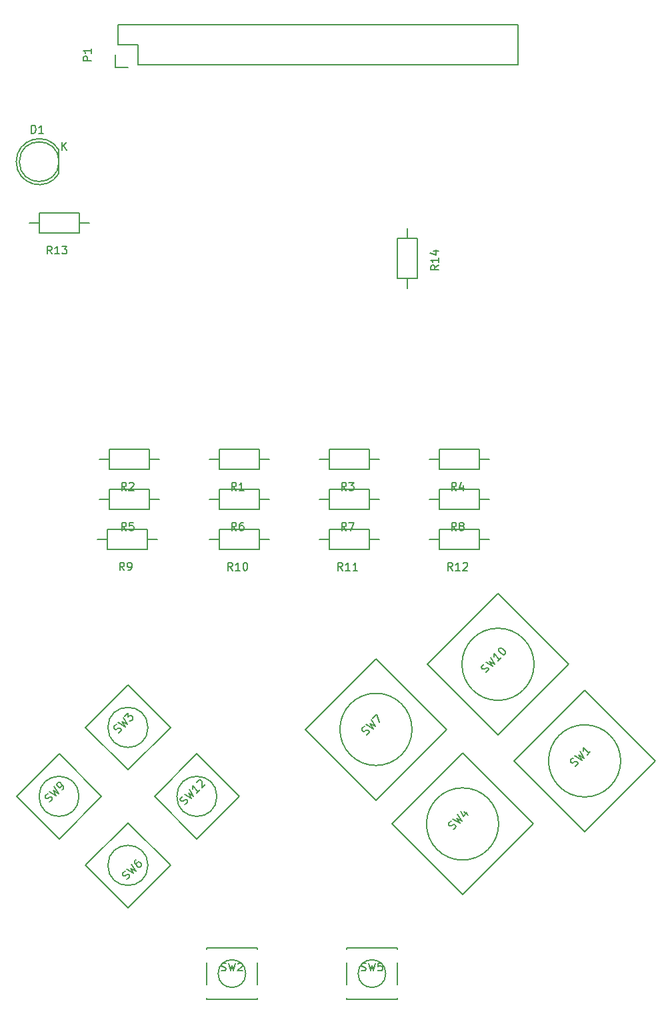
<source format=gbr>
G04 #@! TF.FileFunction,Legend,Top*
%FSLAX46Y46*%
G04 Gerber Fmt 4.6, Leading zero omitted, Abs format (unit mm)*
G04 Created by KiCad (PCBNEW 0.201507290901+6012~27~ubuntu14.04.1-product) date Thu 30 Jul 2015 05:29:40 PM EDT*
%MOMM*%
G01*
G04 APERTURE LIST*
%ADD10C,0.100000*%
%ADD11C,0.150000*%
G04 APERTURE END LIST*
D10*
D11*
X101714888Y-41225096D02*
G75*
G03X101730000Y-44250000I-2484888J-1524904D01*
G01*
X101730000Y-41250000D02*
X101730000Y-44250000D01*
X101747936Y-42750000D02*
G75*
G03X101747936Y-42750000I-2517936J0D01*
G01*
X160020000Y-25400000D02*
X109220000Y-25400000D01*
X111760000Y-30480000D02*
X160020000Y-30480000D01*
X160020000Y-25400000D02*
X160020000Y-30480000D01*
X109220000Y-25400000D02*
X109220000Y-27940000D01*
X108940000Y-29210000D02*
X108940000Y-30760000D01*
X109220000Y-27940000D02*
X111760000Y-27940000D01*
X111760000Y-27940000D02*
X111760000Y-30480000D01*
X108940000Y-30760000D02*
X110490000Y-30760000D01*
X127215000Y-81755000D02*
X122135000Y-81755000D01*
X122135000Y-81755000D02*
X122135000Y-79215000D01*
X122135000Y-79215000D02*
X127215000Y-79215000D01*
X127215000Y-79215000D02*
X127215000Y-81755000D01*
X127215000Y-80485000D02*
X128485000Y-80485000D01*
X122135000Y-80485000D02*
X120865000Y-80485000D01*
X113245000Y-81755000D02*
X108165000Y-81755000D01*
X108165000Y-81755000D02*
X108165000Y-79215000D01*
X108165000Y-79215000D02*
X113245000Y-79215000D01*
X113245000Y-79215000D02*
X113245000Y-81755000D01*
X113245000Y-80485000D02*
X114515000Y-80485000D01*
X108165000Y-80485000D02*
X106895000Y-80485000D01*
X141185000Y-81755000D02*
X136105000Y-81755000D01*
X136105000Y-81755000D02*
X136105000Y-79215000D01*
X136105000Y-79215000D02*
X141185000Y-79215000D01*
X141185000Y-79215000D02*
X141185000Y-81755000D01*
X141185000Y-80485000D02*
X142455000Y-80485000D01*
X136105000Y-80485000D02*
X134835000Y-80485000D01*
X155155000Y-81755000D02*
X150075000Y-81755000D01*
X150075000Y-81755000D02*
X150075000Y-79215000D01*
X150075000Y-79215000D02*
X155155000Y-79215000D01*
X155155000Y-79215000D02*
X155155000Y-81755000D01*
X155155000Y-80485000D02*
X156425000Y-80485000D01*
X150075000Y-80485000D02*
X148805000Y-80485000D01*
X113245000Y-86835000D02*
X108165000Y-86835000D01*
X108165000Y-86835000D02*
X108165000Y-84295000D01*
X108165000Y-84295000D02*
X113245000Y-84295000D01*
X113245000Y-84295000D02*
X113245000Y-86835000D01*
X113245000Y-85565000D02*
X114515000Y-85565000D01*
X108165000Y-85565000D02*
X106895000Y-85565000D01*
X127215000Y-86835000D02*
X122135000Y-86835000D01*
X122135000Y-86835000D02*
X122135000Y-84295000D01*
X122135000Y-84295000D02*
X127215000Y-84295000D01*
X127215000Y-84295000D02*
X127215000Y-86835000D01*
X127215000Y-85565000D02*
X128485000Y-85565000D01*
X122135000Y-85565000D02*
X120865000Y-85565000D01*
X141185000Y-86835000D02*
X136105000Y-86835000D01*
X136105000Y-86835000D02*
X136105000Y-84295000D01*
X136105000Y-84295000D02*
X141185000Y-84295000D01*
X141185000Y-84295000D02*
X141185000Y-86835000D01*
X141185000Y-85565000D02*
X142455000Y-85565000D01*
X136105000Y-85565000D02*
X134835000Y-85565000D01*
X155155000Y-86835000D02*
X150075000Y-86835000D01*
X150075000Y-86835000D02*
X150075000Y-84295000D01*
X150075000Y-84295000D02*
X155155000Y-84295000D01*
X155155000Y-84295000D02*
X155155000Y-86835000D01*
X155155000Y-85565000D02*
X156425000Y-85565000D01*
X150075000Y-85565000D02*
X148805000Y-85565000D01*
X112995000Y-91895000D02*
X107915000Y-91895000D01*
X107915000Y-91895000D02*
X107915000Y-89355000D01*
X107915000Y-89355000D02*
X112995000Y-89355000D01*
X112995000Y-89355000D02*
X112995000Y-91895000D01*
X112995000Y-90625000D02*
X114265000Y-90625000D01*
X107915000Y-90625000D02*
X106645000Y-90625000D01*
X127215000Y-91915000D02*
X122135000Y-91915000D01*
X122135000Y-91915000D02*
X122135000Y-89375000D01*
X122135000Y-89375000D02*
X127215000Y-89375000D01*
X127215000Y-89375000D02*
X127215000Y-91915000D01*
X127215000Y-90645000D02*
X128485000Y-90645000D01*
X122135000Y-90645000D02*
X120865000Y-90645000D01*
X141185000Y-91915000D02*
X136105000Y-91915000D01*
X136105000Y-91915000D02*
X136105000Y-89375000D01*
X136105000Y-89375000D02*
X141185000Y-89375000D01*
X141185000Y-89375000D02*
X141185000Y-91915000D01*
X141185000Y-90645000D02*
X142455000Y-90645000D01*
X136105000Y-90645000D02*
X134835000Y-90645000D01*
X155155000Y-91915000D02*
X150075000Y-91915000D01*
X150075000Y-91915000D02*
X150075000Y-89375000D01*
X150075000Y-89375000D02*
X155155000Y-89375000D01*
X155155000Y-89375000D02*
X155155000Y-91915000D01*
X155155000Y-90645000D02*
X156425000Y-90645000D01*
X150075000Y-90645000D02*
X148805000Y-90645000D01*
X104290000Y-51770000D02*
X99210000Y-51770000D01*
X99210000Y-51770000D02*
X99210000Y-49230000D01*
X99210000Y-49230000D02*
X104290000Y-49230000D01*
X104290000Y-49230000D02*
X104290000Y-51770000D01*
X104290000Y-50500000D02*
X105560000Y-50500000D01*
X99210000Y-50500000D02*
X97940000Y-50500000D01*
X147270000Y-52460000D02*
X147270000Y-57540000D01*
X147270000Y-57540000D02*
X144730000Y-57540000D01*
X144730000Y-57540000D02*
X144730000Y-52460000D01*
X144730000Y-52460000D02*
X147270000Y-52460000D01*
X146000000Y-52460000D02*
X146000000Y-51190000D01*
X146000000Y-57540000D02*
X146000000Y-58810000D01*
X125460714Y-145730000D02*
G75*
G03X125460714Y-145730000I-1750714J0D01*
G01*
X126935000Y-142505000D02*
X126935000Y-142630000D01*
X126935000Y-148955000D02*
X126935000Y-148830000D01*
X120485000Y-148955000D02*
X120485000Y-148830000D01*
X120485000Y-142630000D02*
X120485000Y-142505000D01*
X126935000Y-144330000D02*
X126935000Y-147130000D01*
X120485000Y-142505000D02*
X126935000Y-142505000D01*
X120485000Y-144330000D02*
X120485000Y-147130000D01*
X120485000Y-148955000D02*
X126935000Y-148955000D01*
X143240714Y-145730000D02*
G75*
G03X143240714Y-145730000I-1750714J0D01*
G01*
X144715000Y-142505000D02*
X144715000Y-142630000D01*
X144715000Y-148955000D02*
X144715000Y-148830000D01*
X138265000Y-148955000D02*
X138265000Y-148830000D01*
X138265000Y-142630000D02*
X138265000Y-142505000D01*
X144715000Y-144330000D02*
X144715000Y-147130000D01*
X138265000Y-142505000D02*
X144715000Y-142505000D01*
X138265000Y-144330000D02*
X138265000Y-147130000D01*
X138265000Y-148955000D02*
X144715000Y-148955000D01*
X157579050Y-126750000D02*
G75*
G03X157579050Y-126750000I-4579050J0D01*
G01*
X144019744Y-126750000D02*
X153000000Y-117769744D01*
X153000000Y-117769744D02*
X161980256Y-126750000D01*
X161980256Y-126750000D02*
X153000000Y-135730256D01*
X153000000Y-135730256D02*
X144019744Y-126750000D01*
X146579050Y-114750000D02*
G75*
G03X146579050Y-114750000I-4579050J0D01*
G01*
X133019744Y-114750000D02*
X142000000Y-105769744D01*
X142000000Y-105769744D02*
X150980256Y-114750000D01*
X150980256Y-114750000D02*
X142000000Y-123730256D01*
X142000000Y-123730256D02*
X133019744Y-114750000D01*
X162079050Y-106500000D02*
G75*
G03X162079050Y-106500000I-4579050J0D01*
G01*
X148519744Y-106500000D02*
X157500000Y-97519744D01*
X157500000Y-97519744D02*
X166480256Y-106500000D01*
X166480256Y-106500000D02*
X157500000Y-115480256D01*
X157500000Y-115480256D02*
X148519744Y-106500000D01*
X173079050Y-118750000D02*
G75*
G03X173079050Y-118750000I-4579050J0D01*
G01*
X159519744Y-118750000D02*
X168500000Y-109769744D01*
X168500000Y-109769744D02*
X177480256Y-118750000D01*
X177480256Y-118750000D02*
X168500000Y-127730256D01*
X168500000Y-127730256D02*
X159519744Y-118750000D01*
X113040000Y-114500000D02*
G75*
G03X113040000Y-114500000I-2540000J0D01*
G01*
X105111846Y-114500000D02*
X110500000Y-109111846D01*
X110500000Y-109111846D02*
X115888154Y-114500000D01*
X115888154Y-114500000D02*
X110500000Y-119888154D01*
X105111846Y-114500000D02*
X110500000Y-119888154D01*
X113040000Y-132000000D02*
G75*
G03X113040000Y-132000000I-2540000J0D01*
G01*
X115888154Y-132000000D02*
X110500000Y-137388154D01*
X110500000Y-137388154D02*
X105111846Y-132000000D01*
X105111846Y-132000000D02*
X110500000Y-126611846D01*
X115888154Y-132000000D02*
X110500000Y-126611846D01*
X104290000Y-123250000D02*
G75*
G03X104290000Y-123250000I-2540000J0D01*
G01*
X96361846Y-123250000D02*
X101750000Y-117861846D01*
X101750000Y-117861846D02*
X107138154Y-123250000D01*
X107138154Y-123250000D02*
X101750000Y-128638154D01*
X96361846Y-123250000D02*
X101750000Y-128638154D01*
X121790000Y-123250000D02*
G75*
G03X121790000Y-123250000I-2540000J0D01*
G01*
X113861846Y-123250000D02*
X119250000Y-117861846D01*
X119250000Y-117861846D02*
X124638154Y-123250000D01*
X124638154Y-123250000D02*
X119250000Y-128638154D01*
X113861846Y-123250000D02*
X119250000Y-128638154D01*
X98237905Y-39138381D02*
X98237905Y-38138381D01*
X98476000Y-38138381D01*
X98618858Y-38186000D01*
X98714096Y-38281238D01*
X98761715Y-38376476D01*
X98809334Y-38566952D01*
X98809334Y-38709810D01*
X98761715Y-38900286D01*
X98714096Y-38995524D01*
X98618858Y-39090762D01*
X98476000Y-39138381D01*
X98237905Y-39138381D01*
X99761715Y-39138381D02*
X99190286Y-39138381D01*
X99476000Y-39138381D02*
X99476000Y-38138381D01*
X99380762Y-38281238D01*
X99285524Y-38376476D01*
X99190286Y-38424095D01*
X102143095Y-41297381D02*
X102143095Y-40297381D01*
X102714524Y-41297381D02*
X102285952Y-40725952D01*
X102714524Y-40297381D02*
X102143095Y-40868810D01*
X105842381Y-29948095D02*
X104842381Y-29948095D01*
X104842381Y-29567142D01*
X104890000Y-29471904D01*
X104937619Y-29424285D01*
X105032857Y-29376666D01*
X105175714Y-29376666D01*
X105270952Y-29424285D01*
X105318571Y-29471904D01*
X105366190Y-29567142D01*
X105366190Y-29948095D01*
X105842381Y-28424285D02*
X105842381Y-28995714D01*
X105842381Y-28710000D02*
X104842381Y-28710000D01*
X104985238Y-28805238D01*
X105080476Y-28900476D01*
X105128095Y-28995714D01*
X124259414Y-84437501D02*
X123926080Y-83961310D01*
X123687985Y-84437501D02*
X123687985Y-83437501D01*
X124068938Y-83437501D01*
X124164176Y-83485120D01*
X124211795Y-83532739D01*
X124259414Y-83627977D01*
X124259414Y-83770834D01*
X124211795Y-83866072D01*
X124164176Y-83913691D01*
X124068938Y-83961310D01*
X123687985Y-83961310D01*
X125211795Y-84437501D02*
X124640366Y-84437501D01*
X124926080Y-84437501D02*
X124926080Y-83437501D01*
X124830842Y-83580358D01*
X124735604Y-83675596D01*
X124640366Y-83723215D01*
X110289414Y-84437501D02*
X109956080Y-83961310D01*
X109717985Y-84437501D02*
X109717985Y-83437501D01*
X110098938Y-83437501D01*
X110194176Y-83485120D01*
X110241795Y-83532739D01*
X110289414Y-83627977D01*
X110289414Y-83770834D01*
X110241795Y-83866072D01*
X110194176Y-83913691D01*
X110098938Y-83961310D01*
X109717985Y-83961310D01*
X110670366Y-83532739D02*
X110717985Y-83485120D01*
X110813223Y-83437501D01*
X111051319Y-83437501D01*
X111146557Y-83485120D01*
X111194176Y-83532739D01*
X111241795Y-83627977D01*
X111241795Y-83723215D01*
X111194176Y-83866072D01*
X110622747Y-84437501D01*
X111241795Y-84437501D01*
X138229414Y-84437501D02*
X137896080Y-83961310D01*
X137657985Y-84437501D02*
X137657985Y-83437501D01*
X138038938Y-83437501D01*
X138134176Y-83485120D01*
X138181795Y-83532739D01*
X138229414Y-83627977D01*
X138229414Y-83770834D01*
X138181795Y-83866072D01*
X138134176Y-83913691D01*
X138038938Y-83961310D01*
X137657985Y-83961310D01*
X138562747Y-83437501D02*
X139181795Y-83437501D01*
X138848461Y-83818453D01*
X138991319Y-83818453D01*
X139086557Y-83866072D01*
X139134176Y-83913691D01*
X139181795Y-84008930D01*
X139181795Y-84247025D01*
X139134176Y-84342263D01*
X139086557Y-84389882D01*
X138991319Y-84437501D01*
X138705604Y-84437501D01*
X138610366Y-84389882D01*
X138562747Y-84342263D01*
X152199414Y-84437501D02*
X151866080Y-83961310D01*
X151627985Y-84437501D02*
X151627985Y-83437501D01*
X152008938Y-83437501D01*
X152104176Y-83485120D01*
X152151795Y-83532739D01*
X152199414Y-83627977D01*
X152199414Y-83770834D01*
X152151795Y-83866072D01*
X152104176Y-83913691D01*
X152008938Y-83961310D01*
X151627985Y-83961310D01*
X153056557Y-83770834D02*
X153056557Y-84437501D01*
X152818461Y-83389882D02*
X152580366Y-84104168D01*
X153199414Y-84104168D01*
X110289414Y-89517501D02*
X109956080Y-89041310D01*
X109717985Y-89517501D02*
X109717985Y-88517501D01*
X110098938Y-88517501D01*
X110194176Y-88565120D01*
X110241795Y-88612739D01*
X110289414Y-88707977D01*
X110289414Y-88850834D01*
X110241795Y-88946072D01*
X110194176Y-88993691D01*
X110098938Y-89041310D01*
X109717985Y-89041310D01*
X111194176Y-88517501D02*
X110717985Y-88517501D01*
X110670366Y-88993691D01*
X110717985Y-88946072D01*
X110813223Y-88898453D01*
X111051319Y-88898453D01*
X111146557Y-88946072D01*
X111194176Y-88993691D01*
X111241795Y-89088930D01*
X111241795Y-89327025D01*
X111194176Y-89422263D01*
X111146557Y-89469882D01*
X111051319Y-89517501D01*
X110813223Y-89517501D01*
X110717985Y-89469882D01*
X110670366Y-89422263D01*
X124259414Y-89517501D02*
X123926080Y-89041310D01*
X123687985Y-89517501D02*
X123687985Y-88517501D01*
X124068938Y-88517501D01*
X124164176Y-88565120D01*
X124211795Y-88612739D01*
X124259414Y-88707977D01*
X124259414Y-88850834D01*
X124211795Y-88946072D01*
X124164176Y-88993691D01*
X124068938Y-89041310D01*
X123687985Y-89041310D01*
X125116557Y-88517501D02*
X124926080Y-88517501D01*
X124830842Y-88565120D01*
X124783223Y-88612739D01*
X124687985Y-88755596D01*
X124640366Y-88946072D01*
X124640366Y-89327025D01*
X124687985Y-89422263D01*
X124735604Y-89469882D01*
X124830842Y-89517501D01*
X125021319Y-89517501D01*
X125116557Y-89469882D01*
X125164176Y-89422263D01*
X125211795Y-89327025D01*
X125211795Y-89088930D01*
X125164176Y-88993691D01*
X125116557Y-88946072D01*
X125021319Y-88898453D01*
X124830842Y-88898453D01*
X124735604Y-88946072D01*
X124687985Y-88993691D01*
X124640366Y-89088930D01*
X138229414Y-89517501D02*
X137896080Y-89041310D01*
X137657985Y-89517501D02*
X137657985Y-88517501D01*
X138038938Y-88517501D01*
X138134176Y-88565120D01*
X138181795Y-88612739D01*
X138229414Y-88707977D01*
X138229414Y-88850834D01*
X138181795Y-88946072D01*
X138134176Y-88993691D01*
X138038938Y-89041310D01*
X137657985Y-89041310D01*
X138562747Y-88517501D02*
X139229414Y-88517501D01*
X138800842Y-89517501D01*
X152199414Y-89517501D02*
X151866080Y-89041310D01*
X151627985Y-89517501D02*
X151627985Y-88517501D01*
X152008938Y-88517501D01*
X152104176Y-88565120D01*
X152151795Y-88612739D01*
X152199414Y-88707977D01*
X152199414Y-88850834D01*
X152151795Y-88946072D01*
X152104176Y-88993691D01*
X152008938Y-89041310D01*
X151627985Y-89041310D01*
X152770842Y-88946072D02*
X152675604Y-88898453D01*
X152627985Y-88850834D01*
X152580366Y-88755596D01*
X152580366Y-88707977D01*
X152627985Y-88612739D01*
X152675604Y-88565120D01*
X152770842Y-88517501D01*
X152961319Y-88517501D01*
X153056557Y-88565120D01*
X153104176Y-88612739D01*
X153151795Y-88707977D01*
X153151795Y-88755596D01*
X153104176Y-88850834D01*
X153056557Y-88898453D01*
X152961319Y-88946072D01*
X152770842Y-88946072D01*
X152675604Y-88993691D01*
X152627985Y-89041310D01*
X152580366Y-89136549D01*
X152580366Y-89327025D01*
X152627985Y-89422263D01*
X152675604Y-89469882D01*
X152770842Y-89517501D01*
X152961319Y-89517501D01*
X153056557Y-89469882D01*
X153104176Y-89422263D01*
X153151795Y-89327025D01*
X153151795Y-89136549D01*
X153104176Y-89041310D01*
X153056557Y-88993691D01*
X152961319Y-88946072D01*
X110039414Y-94577501D02*
X109706080Y-94101310D01*
X109467985Y-94577501D02*
X109467985Y-93577501D01*
X109848938Y-93577501D01*
X109944176Y-93625120D01*
X109991795Y-93672739D01*
X110039414Y-93767977D01*
X110039414Y-93910834D01*
X109991795Y-94006072D01*
X109944176Y-94053691D01*
X109848938Y-94101310D01*
X109467985Y-94101310D01*
X110515604Y-94577501D02*
X110706080Y-94577501D01*
X110801319Y-94529882D01*
X110848938Y-94482263D01*
X110944176Y-94339406D01*
X110991795Y-94148930D01*
X110991795Y-93767977D01*
X110944176Y-93672739D01*
X110896557Y-93625120D01*
X110801319Y-93577501D01*
X110610842Y-93577501D01*
X110515604Y-93625120D01*
X110467985Y-93672739D01*
X110420366Y-93767977D01*
X110420366Y-94006072D01*
X110467985Y-94101310D01*
X110515604Y-94148930D01*
X110610842Y-94196549D01*
X110801319Y-94196549D01*
X110896557Y-94148930D01*
X110944176Y-94101310D01*
X110991795Y-94006072D01*
X123783223Y-94597501D02*
X123449889Y-94121310D01*
X123211794Y-94597501D02*
X123211794Y-93597501D01*
X123592747Y-93597501D01*
X123687985Y-93645120D01*
X123735604Y-93692739D01*
X123783223Y-93787977D01*
X123783223Y-93930834D01*
X123735604Y-94026072D01*
X123687985Y-94073691D01*
X123592747Y-94121310D01*
X123211794Y-94121310D01*
X124735604Y-94597501D02*
X124164175Y-94597501D01*
X124449889Y-94597501D02*
X124449889Y-93597501D01*
X124354651Y-93740358D01*
X124259413Y-93835596D01*
X124164175Y-93883215D01*
X125354651Y-93597501D02*
X125449890Y-93597501D01*
X125545128Y-93645120D01*
X125592747Y-93692739D01*
X125640366Y-93787977D01*
X125687985Y-93978453D01*
X125687985Y-94216549D01*
X125640366Y-94407025D01*
X125592747Y-94502263D01*
X125545128Y-94549882D01*
X125449890Y-94597501D01*
X125354651Y-94597501D01*
X125259413Y-94549882D01*
X125211794Y-94502263D01*
X125164175Y-94407025D01*
X125116556Y-94216549D01*
X125116556Y-93978453D01*
X125164175Y-93787977D01*
X125211794Y-93692739D01*
X125259413Y-93645120D01*
X125354651Y-93597501D01*
X137753223Y-94597501D02*
X137419889Y-94121310D01*
X137181794Y-94597501D02*
X137181794Y-93597501D01*
X137562747Y-93597501D01*
X137657985Y-93645120D01*
X137705604Y-93692739D01*
X137753223Y-93787977D01*
X137753223Y-93930834D01*
X137705604Y-94026072D01*
X137657985Y-94073691D01*
X137562747Y-94121310D01*
X137181794Y-94121310D01*
X138705604Y-94597501D02*
X138134175Y-94597501D01*
X138419889Y-94597501D02*
X138419889Y-93597501D01*
X138324651Y-93740358D01*
X138229413Y-93835596D01*
X138134175Y-93883215D01*
X139657985Y-94597501D02*
X139086556Y-94597501D01*
X139372270Y-94597501D02*
X139372270Y-93597501D01*
X139277032Y-93740358D01*
X139181794Y-93835596D01*
X139086556Y-93883215D01*
X151723223Y-94597501D02*
X151389889Y-94121310D01*
X151151794Y-94597501D02*
X151151794Y-93597501D01*
X151532747Y-93597501D01*
X151627985Y-93645120D01*
X151675604Y-93692739D01*
X151723223Y-93787977D01*
X151723223Y-93930834D01*
X151675604Y-94026072D01*
X151627985Y-94073691D01*
X151532747Y-94121310D01*
X151151794Y-94121310D01*
X152675604Y-94597501D02*
X152104175Y-94597501D01*
X152389889Y-94597501D02*
X152389889Y-93597501D01*
X152294651Y-93740358D01*
X152199413Y-93835596D01*
X152104175Y-93883215D01*
X153056556Y-93692739D02*
X153104175Y-93645120D01*
X153199413Y-93597501D01*
X153437509Y-93597501D01*
X153532747Y-93645120D01*
X153580366Y-93692739D01*
X153627985Y-93787977D01*
X153627985Y-93883215D01*
X153580366Y-94026072D01*
X153008937Y-94597501D01*
X153627985Y-94597501D01*
X100858223Y-54452501D02*
X100524889Y-53976310D01*
X100286794Y-54452501D02*
X100286794Y-53452501D01*
X100667747Y-53452501D01*
X100762985Y-53500120D01*
X100810604Y-53547739D01*
X100858223Y-53642977D01*
X100858223Y-53785834D01*
X100810604Y-53881072D01*
X100762985Y-53928691D01*
X100667747Y-53976310D01*
X100286794Y-53976310D01*
X101810604Y-54452501D02*
X101239175Y-54452501D01*
X101524889Y-54452501D02*
X101524889Y-53452501D01*
X101429651Y-53595358D01*
X101334413Y-53690596D01*
X101239175Y-53738215D01*
X102143937Y-53452501D02*
X102762985Y-53452501D01*
X102429651Y-53833453D01*
X102572509Y-53833453D01*
X102667747Y-53881072D01*
X102715366Y-53928691D01*
X102762985Y-54023930D01*
X102762985Y-54262025D01*
X102715366Y-54357263D01*
X102667747Y-54404882D01*
X102572509Y-54452501D01*
X102286794Y-54452501D01*
X102191556Y-54404882D01*
X102143937Y-54357263D01*
X149952501Y-55891777D02*
X149476310Y-56225111D01*
X149952501Y-56463206D02*
X148952501Y-56463206D01*
X148952501Y-56082253D01*
X149000120Y-55987015D01*
X149047739Y-55939396D01*
X149142977Y-55891777D01*
X149285834Y-55891777D01*
X149381072Y-55939396D01*
X149428691Y-55987015D01*
X149476310Y-56082253D01*
X149476310Y-56463206D01*
X149952501Y-54939396D02*
X149952501Y-55510825D01*
X149952501Y-55225111D02*
X148952501Y-55225111D01*
X149095358Y-55320349D01*
X149190596Y-55415587D01*
X149238215Y-55510825D01*
X149285834Y-54082253D02*
X149952501Y-54082253D01*
X148904882Y-54320349D02*
X149619168Y-54558444D01*
X149619168Y-53939396D01*
X122376667Y-145334762D02*
X122519524Y-145382381D01*
X122757620Y-145382381D01*
X122852858Y-145334762D01*
X122900477Y-145287143D01*
X122948096Y-145191905D01*
X122948096Y-145096667D01*
X122900477Y-145001429D01*
X122852858Y-144953810D01*
X122757620Y-144906190D01*
X122567143Y-144858571D01*
X122471905Y-144810952D01*
X122424286Y-144763333D01*
X122376667Y-144668095D01*
X122376667Y-144572857D01*
X122424286Y-144477619D01*
X122471905Y-144430000D01*
X122567143Y-144382381D01*
X122805239Y-144382381D01*
X122948096Y-144430000D01*
X123281429Y-144382381D02*
X123519524Y-145382381D01*
X123710001Y-144668095D01*
X123900477Y-145382381D01*
X124138572Y-144382381D01*
X124471905Y-144477619D02*
X124519524Y-144430000D01*
X124614762Y-144382381D01*
X124852858Y-144382381D01*
X124948096Y-144430000D01*
X124995715Y-144477619D01*
X125043334Y-144572857D01*
X125043334Y-144668095D01*
X124995715Y-144810952D01*
X124424286Y-145382381D01*
X125043334Y-145382381D01*
X140156667Y-145334762D02*
X140299524Y-145382381D01*
X140537620Y-145382381D01*
X140632858Y-145334762D01*
X140680477Y-145287143D01*
X140728096Y-145191905D01*
X140728096Y-145096667D01*
X140680477Y-145001429D01*
X140632858Y-144953810D01*
X140537620Y-144906190D01*
X140347143Y-144858571D01*
X140251905Y-144810952D01*
X140204286Y-144763333D01*
X140156667Y-144668095D01*
X140156667Y-144572857D01*
X140204286Y-144477619D01*
X140251905Y-144430000D01*
X140347143Y-144382381D01*
X140585239Y-144382381D01*
X140728096Y-144430000D01*
X141061429Y-144382381D02*
X141299524Y-145382381D01*
X141490001Y-144668095D01*
X141680477Y-145382381D01*
X141918572Y-144382381D01*
X142775715Y-144382381D02*
X142299524Y-144382381D01*
X142251905Y-144858571D01*
X142299524Y-144810952D01*
X142394762Y-144763333D01*
X142632858Y-144763333D01*
X142728096Y-144810952D01*
X142775715Y-144858571D01*
X142823334Y-144953810D01*
X142823334Y-145191905D01*
X142775715Y-145287143D01*
X142728096Y-145334762D01*
X142632858Y-145382381D01*
X142394762Y-145382381D01*
X142299524Y-145334762D01*
X142251905Y-145287143D01*
X151804586Y-127440204D02*
X151939273Y-127372860D01*
X152107632Y-127204501D01*
X152141304Y-127103486D01*
X152141304Y-127036142D01*
X152107632Y-126935127D01*
X152040289Y-126867784D01*
X151939274Y-126834112D01*
X151871930Y-126834112D01*
X151770914Y-126867783D01*
X151602555Y-126968799D01*
X151501540Y-127002471D01*
X151434197Y-127002471D01*
X151333181Y-126968799D01*
X151265838Y-126901456D01*
X151232166Y-126800440D01*
X151232166Y-126733097D01*
X151265838Y-126632082D01*
X151434197Y-126463723D01*
X151568884Y-126396379D01*
X151770914Y-126127005D02*
X152646380Y-126665754D01*
X152275991Y-126025989D01*
X152915754Y-126396379D01*
X152377006Y-125520914D01*
X153185128Y-125184196D02*
X153656533Y-125655601D01*
X152747395Y-125083181D02*
X153084113Y-125756616D01*
X153521846Y-125318883D01*
X140804586Y-115440204D02*
X140939273Y-115372860D01*
X141107632Y-115204501D01*
X141141304Y-115103486D01*
X141141304Y-115036142D01*
X141107632Y-114935127D01*
X141040289Y-114867784D01*
X140939274Y-114834112D01*
X140871930Y-114834112D01*
X140770914Y-114867783D01*
X140602555Y-114968799D01*
X140501540Y-115002471D01*
X140434197Y-115002471D01*
X140333181Y-114968799D01*
X140265838Y-114901456D01*
X140232166Y-114800440D01*
X140232166Y-114733097D01*
X140265838Y-114632082D01*
X140434197Y-114463723D01*
X140568884Y-114396379D01*
X140770914Y-114127005D02*
X141646380Y-114665754D01*
X141275991Y-114025989D01*
X141915754Y-114396379D01*
X141377006Y-113520914D01*
X141579036Y-113318883D02*
X142050441Y-112847479D01*
X142454502Y-113857632D01*
X155967868Y-107526922D02*
X156102555Y-107459578D01*
X156270914Y-107291219D01*
X156304586Y-107190204D01*
X156304586Y-107122860D01*
X156270914Y-107021845D01*
X156203571Y-106954502D01*
X156102556Y-106920830D01*
X156035212Y-106920830D01*
X155934197Y-106954501D01*
X155765837Y-107055517D01*
X155664822Y-107089189D01*
X155597479Y-107089189D01*
X155496464Y-107055517D01*
X155429120Y-106988173D01*
X155395448Y-106887158D01*
X155395448Y-106819815D01*
X155429120Y-106718800D01*
X155597479Y-106550440D01*
X155732166Y-106483097D01*
X155934197Y-106213723D02*
X156809662Y-106752471D01*
X156439273Y-106112707D01*
X157079036Y-106483097D01*
X156540288Y-105607632D01*
X157887158Y-105674975D02*
X157483097Y-106079036D01*
X157685127Y-105877006D02*
X156978021Y-105169899D01*
X157011692Y-105338258D01*
X157011692Y-105472945D01*
X156978021Y-105573960D01*
X157617784Y-104530136D02*
X157685128Y-104462792D01*
X157786143Y-104429120D01*
X157853487Y-104429120D01*
X157954502Y-104462792D01*
X158122860Y-104563807D01*
X158291220Y-104732166D01*
X158392235Y-104900525D01*
X158425906Y-105001540D01*
X158425906Y-105068883D01*
X158392235Y-105169899D01*
X158324891Y-105237243D01*
X158223875Y-105270914D01*
X158156532Y-105270914D01*
X158055517Y-105237243D01*
X157887158Y-105136228D01*
X157718799Y-104967868D01*
X157617784Y-104799510D01*
X157584112Y-104698495D01*
X157584112Y-104631151D01*
X157617784Y-104530136D01*
X167304586Y-119440204D02*
X167439273Y-119372860D01*
X167607632Y-119204501D01*
X167641304Y-119103486D01*
X167641304Y-119036142D01*
X167607632Y-118935127D01*
X167540289Y-118867784D01*
X167439274Y-118834112D01*
X167371930Y-118834112D01*
X167270914Y-118867783D01*
X167102555Y-118968799D01*
X167001540Y-119002471D01*
X166934197Y-119002471D01*
X166833181Y-118968799D01*
X166765838Y-118901456D01*
X166732166Y-118800440D01*
X166732166Y-118733097D01*
X166765838Y-118632082D01*
X166934197Y-118463723D01*
X167068884Y-118396379D01*
X167270914Y-118127005D02*
X168146380Y-118665754D01*
X167775991Y-118025989D01*
X168415754Y-118396379D01*
X167877006Y-117520914D01*
X169223876Y-117588257D02*
X168819815Y-117992318D01*
X169021845Y-117790288D02*
X168314738Y-117083181D01*
X168348410Y-117251540D01*
X168348410Y-117386227D01*
X168314738Y-117487242D01*
X109304586Y-115190204D02*
X109439273Y-115122860D01*
X109607632Y-114954501D01*
X109641304Y-114853486D01*
X109641304Y-114786142D01*
X109607632Y-114685127D01*
X109540289Y-114617784D01*
X109439274Y-114584112D01*
X109371930Y-114584112D01*
X109270914Y-114617783D01*
X109102555Y-114718799D01*
X109001540Y-114752471D01*
X108934197Y-114752471D01*
X108833181Y-114718799D01*
X108765838Y-114651456D01*
X108732166Y-114550440D01*
X108732166Y-114483097D01*
X108765838Y-114382082D01*
X108934197Y-114213723D01*
X109068884Y-114146379D01*
X109270914Y-113877005D02*
X110146380Y-114415754D01*
X109775991Y-113775989D01*
X110415754Y-114146379D01*
X109877006Y-113270914D01*
X110079036Y-113068883D02*
X110516769Y-112631150D01*
X110550440Y-113136227D01*
X110651456Y-113035211D01*
X110752471Y-113001539D01*
X110819815Y-113001539D01*
X110920831Y-113035212D01*
X111089189Y-113203570D01*
X111122861Y-113304585D01*
X111122861Y-113371929D01*
X111089189Y-113472944D01*
X110887158Y-113674975D01*
X110786143Y-113708647D01*
X110718800Y-113708647D01*
X110382216Y-133767834D02*
X110516903Y-133700490D01*
X110685262Y-133532131D01*
X110718934Y-133431116D01*
X110718934Y-133363772D01*
X110685262Y-133262757D01*
X110617919Y-133195414D01*
X110516904Y-133161742D01*
X110449560Y-133161742D01*
X110348544Y-133195413D01*
X110180185Y-133296429D01*
X110079170Y-133330101D01*
X110011827Y-133330101D01*
X109910811Y-133296429D01*
X109843468Y-133229086D01*
X109809796Y-133128070D01*
X109809796Y-133060727D01*
X109843468Y-132959712D01*
X110011827Y-132791353D01*
X110146514Y-132724009D01*
X110348544Y-132454635D02*
X111224010Y-132993384D01*
X110853621Y-132353619D01*
X111493384Y-132724009D01*
X110954636Y-131848544D01*
X111527056Y-131276124D02*
X111392368Y-131410811D01*
X111358697Y-131511827D01*
X111358697Y-131579170D01*
X111392368Y-131747529D01*
X111493384Y-131915887D01*
X111762758Y-132185262D01*
X111863773Y-132218933D01*
X111931117Y-132218933D01*
X112032132Y-132185262D01*
X112166819Y-132050574D01*
X112200491Y-131949559D01*
X112200491Y-131882215D01*
X112166819Y-131781200D01*
X111998461Y-131612842D01*
X111897445Y-131579169D01*
X111830101Y-131579169D01*
X111729086Y-131612841D01*
X111594399Y-131747529D01*
X111560727Y-131848544D01*
X111560727Y-131915887D01*
X111594399Y-132016903D01*
X100554586Y-123940204D02*
X100689273Y-123872860D01*
X100857632Y-123704501D01*
X100891304Y-123603486D01*
X100891304Y-123536142D01*
X100857632Y-123435127D01*
X100790289Y-123367784D01*
X100689274Y-123334112D01*
X100621930Y-123334112D01*
X100520914Y-123367783D01*
X100352555Y-123468799D01*
X100251540Y-123502471D01*
X100184197Y-123502471D01*
X100083181Y-123468799D01*
X100015838Y-123401456D01*
X99982166Y-123300440D01*
X99982166Y-123233097D01*
X100015838Y-123132082D01*
X100184197Y-122963723D01*
X100318884Y-122896379D01*
X100520914Y-122627005D02*
X101396380Y-123165754D01*
X101025991Y-122525989D01*
X101665754Y-122896379D01*
X101127006Y-122020914D01*
X102137158Y-122424975D02*
X102271845Y-122290288D01*
X102305518Y-122189272D01*
X102305518Y-122121929D01*
X102271846Y-121953570D01*
X102170831Y-121785212D01*
X101901456Y-121515837D01*
X101800441Y-121482166D01*
X101733098Y-121482166D01*
X101632083Y-121515837D01*
X101497395Y-121650525D01*
X101463723Y-121751540D01*
X101463723Y-121818883D01*
X101497395Y-121919899D01*
X101665754Y-122088257D01*
X101766769Y-122121929D01*
X101834113Y-122121930D01*
X101935128Y-122088258D01*
X102069816Y-121953570D01*
X102103487Y-121852555D01*
X102103487Y-121785211D01*
X102069815Y-121684196D01*
X117717868Y-124276922D02*
X117852555Y-124209578D01*
X118020914Y-124041219D01*
X118054586Y-123940204D01*
X118054586Y-123872860D01*
X118020914Y-123771845D01*
X117953571Y-123704502D01*
X117852556Y-123670830D01*
X117785212Y-123670830D01*
X117684197Y-123704501D01*
X117515837Y-123805517D01*
X117414822Y-123839189D01*
X117347479Y-123839189D01*
X117246464Y-123805517D01*
X117179120Y-123738173D01*
X117145448Y-123637158D01*
X117145448Y-123569815D01*
X117179120Y-123468800D01*
X117347479Y-123300440D01*
X117482166Y-123233097D01*
X117684197Y-122963723D02*
X118559662Y-123502471D01*
X118189273Y-122862707D01*
X118829036Y-123233097D01*
X118290288Y-122357632D01*
X119637158Y-122424975D02*
X119233097Y-122829036D01*
X119435127Y-122627006D02*
X118728021Y-121919899D01*
X118761692Y-122088258D01*
X118761692Y-122222945D01*
X118728021Y-122323960D01*
X119266769Y-121515838D02*
X119266769Y-121448495D01*
X119300440Y-121347479D01*
X119468800Y-121179120D01*
X119569815Y-121145448D01*
X119637158Y-121145448D01*
X119738173Y-121179120D01*
X119805517Y-121246464D01*
X119872860Y-121381150D01*
X119872860Y-122189273D01*
X120310593Y-121751540D01*
M02*

</source>
